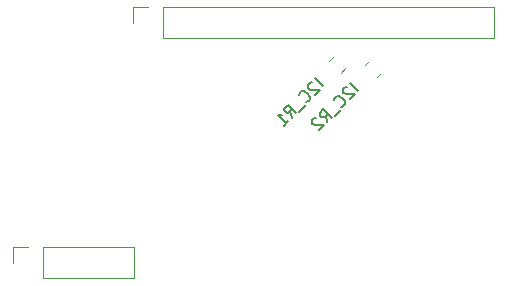
<source format=gbr>
G04 #@! TF.GenerationSoftware,KiCad,Pcbnew,(5.0.2-5)-5*
G04 #@! TF.CreationDate,2019-11-21T15:56:31-05:00*
G04 #@! TF.ProjectId,NEMA0183,4e454d41-3031-4383-932e-6b696361645f,rev?*
G04 #@! TF.SameCoordinates,Original*
G04 #@! TF.FileFunction,Legend,Bot*
G04 #@! TF.FilePolarity,Positive*
%FSLAX46Y46*%
G04 Gerber Fmt 4.6, Leading zero omitted, Abs format (unit mm)*
G04 Created by KiCad (PCBNEW (5.0.2-5)-5) date Thursday, November 21, 2019 at 03:56:31 PM*
%MOMM*%
%LPD*%
G01*
G04 APERTURE LIST*
%ADD10C,0.120000*%
%ADD11C,0.150000*%
G04 APERTURE END LIST*
D10*
G04 #@! TO.C,J3*
X65300000Y-50260000D02*
X65300000Y-52920000D01*
X57620000Y-50260000D02*
X65300000Y-50260000D01*
X57620000Y-52920000D02*
X65300000Y-52920000D01*
X57620000Y-50260000D02*
X57620000Y-52920000D01*
X56350000Y-50260000D02*
X55020000Y-50260000D01*
X55020000Y-50260000D02*
X55020000Y-51590000D01*
G04 #@! TO.C,I2C_R1*
X81813221Y-34482687D02*
X82182687Y-34113221D01*
X82817313Y-35486779D02*
X83186779Y-35117313D01*
G04 #@! TO.C,J2*
X95780000Y-29940000D02*
X95780000Y-32600000D01*
X67780000Y-29940000D02*
X95780000Y-29940000D01*
X67780000Y-32600000D02*
X95780000Y-32600000D01*
X67780000Y-29940000D02*
X67780000Y-32600000D01*
X66510000Y-29940000D02*
X65180000Y-29940000D01*
X65180000Y-29940000D02*
X65180000Y-31270000D01*
G04 #@! TO.C,I2C_R2*
X85182687Y-34513221D02*
X84813221Y-34882687D01*
X86186779Y-35517313D02*
X85817313Y-35886779D01*
G04 #@! TO.C,I2C_R1*
D11*
X81287816Y-36651946D02*
X80580709Y-35944840D01*
X80345007Y-36315229D02*
X80277663Y-36315229D01*
X80176648Y-36348901D01*
X80008289Y-36517259D01*
X79974618Y-36618275D01*
X79974618Y-36685618D01*
X80008289Y-36786633D01*
X80075633Y-36853977D01*
X80210320Y-36921320D01*
X81018442Y-36921320D01*
X80580709Y-37359053D01*
X79806259Y-37998816D02*
X79873602Y-37998816D01*
X80008289Y-37931473D01*
X80075633Y-37864129D01*
X80142976Y-37729442D01*
X80142976Y-37594755D01*
X80109305Y-37493740D01*
X80008289Y-37325381D01*
X79907274Y-37224366D01*
X79738915Y-37123351D01*
X79637900Y-37089679D01*
X79503213Y-37089679D01*
X79368526Y-37157023D01*
X79301183Y-37224366D01*
X79233839Y-37359053D01*
X79233839Y-37426397D01*
X79806259Y-38268190D02*
X79267511Y-38806938D01*
X78627748Y-39312015D02*
X78526732Y-38739595D01*
X79031809Y-38907954D02*
X78324702Y-38200847D01*
X78055328Y-38470221D01*
X78021656Y-38571236D01*
X78021656Y-38638580D01*
X78055328Y-38739595D01*
X78156343Y-38840610D01*
X78257358Y-38874282D01*
X78324702Y-38874282D01*
X78425717Y-38840610D01*
X78695091Y-38571236D01*
X77954313Y-39985450D02*
X78358374Y-39581389D01*
X78156343Y-39783419D02*
X77449236Y-39076312D01*
X77617595Y-39109984D01*
X77752282Y-39109984D01*
X77853297Y-39076312D01*
G04 #@! TO.C,I2C_R2*
X84287816Y-37051946D02*
X83580709Y-36344840D01*
X83345007Y-36715229D02*
X83277663Y-36715229D01*
X83176648Y-36748901D01*
X83008289Y-36917259D01*
X82974618Y-37018275D01*
X82974618Y-37085618D01*
X83008289Y-37186633D01*
X83075633Y-37253977D01*
X83210320Y-37321320D01*
X84018442Y-37321320D01*
X83580709Y-37759053D01*
X82806259Y-38398816D02*
X82873602Y-38398816D01*
X83008289Y-38331473D01*
X83075633Y-38264129D01*
X83142976Y-38129442D01*
X83142976Y-37994755D01*
X83109305Y-37893740D01*
X83008289Y-37725381D01*
X82907274Y-37624366D01*
X82738915Y-37523351D01*
X82637900Y-37489679D01*
X82503213Y-37489679D01*
X82368526Y-37557023D01*
X82301183Y-37624366D01*
X82233839Y-37759053D01*
X82233839Y-37826397D01*
X82806259Y-38668190D02*
X82267511Y-39206938D01*
X81627748Y-39712015D02*
X81526732Y-39139595D01*
X82031809Y-39307954D02*
X81324702Y-38600847D01*
X81055328Y-38870221D01*
X81021656Y-38971236D01*
X81021656Y-39038580D01*
X81055328Y-39139595D01*
X81156343Y-39240610D01*
X81257358Y-39274282D01*
X81324702Y-39274282D01*
X81425717Y-39240610D01*
X81695091Y-38971236D01*
X80718610Y-39341625D02*
X80651267Y-39341625D01*
X80550252Y-39375297D01*
X80381893Y-39543656D01*
X80348221Y-39644671D01*
X80348221Y-39712015D01*
X80381893Y-39813030D01*
X80449236Y-39880373D01*
X80583923Y-39947717D01*
X81392045Y-39947717D01*
X80954313Y-40385450D01*
G04 #@! TD*
M02*

</source>
